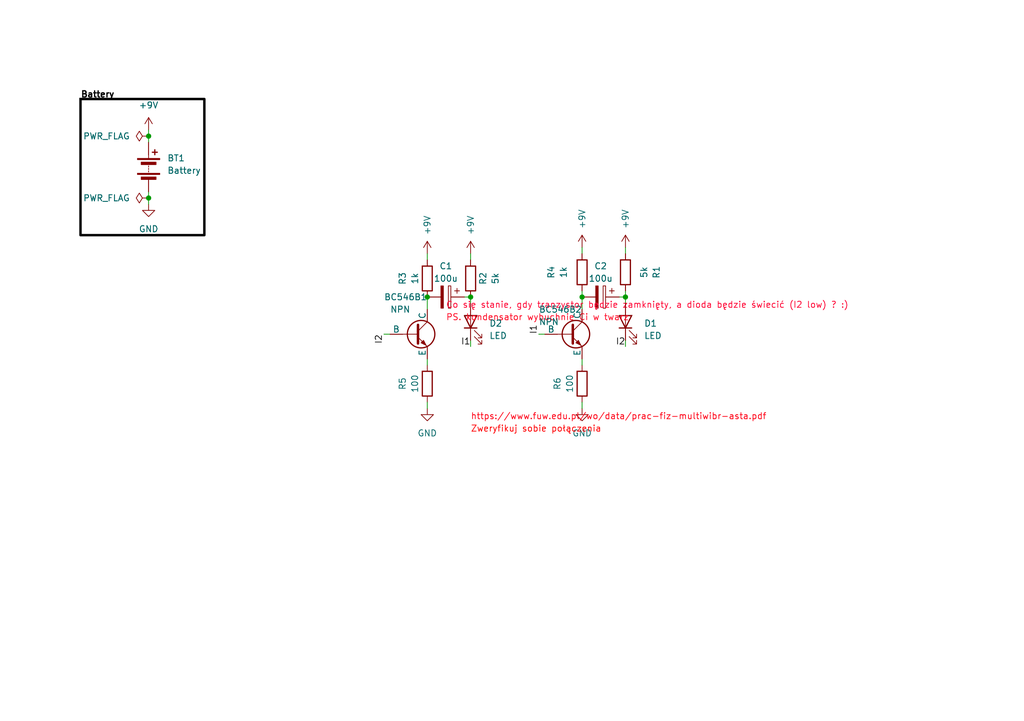
<source format=kicad_sch>
(kicad_sch (version 20230121) (generator eeschema)
  (paper "A5")
  (title_block (title "BC546B Astable Multivibrator") (date "2023-09-08") (rev "0") (company "N/A") (comment 1 "N/A"))
  (lib_symbols
    (symbol "Device:Battery" (pin_numbers hide) (pin_names (offset 0) hide)
      (property "Reference" "BT" (at 2.54 2.54 0))
      (property "Value" "Battery" (at 2.54 0 0))
      (symbol "Battery_0_1"
        (rectangle (start -2.286 -1.27) (end 2.286 -1.524) (fill (type outline)))
        (rectangle (start -2.286 1.778) (end 2.286 1.524) (fill (type outline)))
        (rectangle (start -1.524 -2.032) (end 1.524 -2.54) (fill (type outline)))
        (rectangle (start -1.524 1.016) (end 1.524 0.508) (fill (type outline)))
        (polyline (pts (xy 0 -1.016) (xy 0 -0.762)))
        (polyline (pts (xy 0 -0.508) (xy 0 -0.254)))
        (polyline (pts (xy 0 0) (xy 0 0.254)))
        (polyline (pts (xy 0 1.778) (xy 0 2.54)))
        (polyline (pts (xy 0.762 3.048) (xy 1.778 3.048)) (stroke (width 0.254)))
        (polyline (pts (xy 1.27 3.556) (xy 1.27 2.54)) (stroke (width 0.254)))
      )
      (symbol "Battery_1_1"
        (pin passive line (at 0 5.08 270) (length 2.54) (name "+") (number "1"))
        (pin passive line (at 0 -5.08 90) (length 2.54) (name "-") (number "2"))
      )
    )
    (symbol "Device:C_Polarized" (pin_numbers hide) (pin_names (offset 0.254))
      (property "Reference" "C" (at 0.635 2.54 0))
      (property "Value" "C_Polarized" (at 0.635 -2.54 0))
      (symbol "C_Polarized_0_1"
        (rectangle (start -2.286 0.508) (end 2.286 1.016))
        (polyline (pts (xy -1.778 2.286) (xy -0.762 2.286)))
        (polyline (pts (xy -1.27 2.794) (xy -1.27 1.778)))
        (rectangle (start 2.286 -0.508) (end -2.286 -1.016) (fill (type outline)))
      )
      (symbol "C_Polarized_1_1"
        (pin passive line (at 0 3.81 270) (length 2.794) (name "~") (number "1"))
        (pin passive line (at 0 -3.81 90) (length 2.794) (name "~") (number "2"))
      )
    )
    (symbol "Device:LED" (pin_numbers hide) (pin_names (offset 1.016) hide)
      (property "Reference" "D" (at 0 2.54 0))
      (property "Value" "LED" (at 0 -2.54 0))
      (symbol "LED_0_1"
        (polyline (pts (xy -1.27 -1.27) (xy -1.27 1.27)) (stroke (width 0.254)))
        (polyline (pts (xy -1.27 0) (xy 1.27 0)))
        (polyline (pts (xy 1.27 -1.27) (xy 1.27 1.27) (xy -1.27 0) (xy 1.27 -1.27)) (stroke (width 0.254)))
        (polyline (pts (xy -3.048 -0.762) (xy -4.572 -2.286) (xy -3.81 -2.286) (xy -4.572 -2.286) (xy -4.572 -1.524)))
        (polyline (pts (xy -1.778 -0.762) (xy -3.302 -2.286) (xy -2.54 -2.286) (xy -3.302 -2.286) (xy -3.302 -1.524)))
      )
      (symbol "LED_1_1"
        (pin passive line (at -3.81 0 0) (length 2.54) (name "K") (number "1"))
        (pin passive line (at 3.81 0 180) (length 2.54) (name "A") (number "2"))
      )
    )
    (symbol "Device:R" (pin_numbers hide) (pin_names (offset 0))
      (property "Reference" "R" (at 2.032 0 90))
      (property "Value" "R" (at 0 0 90))
      (symbol "R_0_1"
        (rectangle (start -1.016 -2.54) (end 1.016 2.54) (stroke (width 0.254)))
      )
      (symbol "R_1_1"
        (pin passive line (at 0 3.81 270) (length 1.27) (name "~") (number "1"))
        (pin passive line (at 0 -3.81 90) (length 1.27) (name "~") (number "2"))
      )
    )
    (symbol "Simulation_SPICE:NPN" (pin_numbers hide) (pin_names (offset 0))
      (property "Reference" "Q" (at -2.54 7.62 0))
      (property "Value" "NPN" (at -2.54 5.08 0))
      (symbol "NPN_0_1"
        (polyline (pts (xy -2.54 0) (xy 0.635 0)) (stroke (width 0.1524)))
        (polyline (pts (xy 0.635 0.635) (xy 2.54 2.54)))
        (polyline (pts (xy 2.794 -1.27) (xy 2.794 -1.27)) (stroke (width 0.1524)))
        (polyline (pts (xy 2.794 -1.27) (xy 2.794 -1.27)) (stroke (width 0.1524)))
        (polyline (pts (xy 0.635 -0.635) (xy 2.54 -2.54) (xy 2.54 -2.54)))
        (polyline (pts (xy 0.635 1.905) (xy 0.635 -1.905) (xy 0.635 -1.905)) (stroke (width 0.508)))
        (polyline (pts (xy 1.27 -1.778) (xy 1.778 -1.27) (xy 2.286 -2.286) (xy 1.27 -1.778) (xy 1.27 -1.778)) (fill (type outline)))
        (circle (center 1.27 0) (radius 2.8194) (stroke (width 0.254)))
      )
      (symbol "NPN_1_1"
        (pin open_collector line (at 2.54 5.08 270) (length 2.54) (name "C") (number "1"))
        (pin input line (at -5.08 0 0) (length 2.54) (name "B") (number "2"))
        (pin open_emitter line (at 2.54 -5.08 90) (length 2.54) (name "E") (number "3"))
      )
    )
    (symbol "power:+9V" (power) (pin_names (offset 0))
      (property "Value" "+9V" (at 0 3.556 0))
      (symbol "+9V_0_1"
        (polyline (pts (xy -0.762 1.27) (xy 0 2.54)))
        (polyline (pts (xy 0 0) (xy 0 2.54)))
        (polyline (pts (xy 0 2.54) (xy 0.762 1.27)))
      )
      (symbol "+9V_1_1"
        (pin power_in line (at 0 0 90) (length 0) hide (name "+9V") (number "1"))
      )
    )
    (symbol "power:GND" (power) (pin_names (offset 0))
      (property "Value" "GND" (at 0 -3.81 0))
      (symbol "GND_0_1"
        (polyline (pts (xy 0 0) (xy 0 -1.27) (xy 1.27 -1.27) (xy 0 -2.54) (xy -1.27 -1.27) (xy 0 -1.27)))
      )
      (symbol "GND_1_1"
        (pin power_in line (at 0 0 270) (length 0) hide (name "GND") (number "1"))
      )
    )
    (symbol "power:PWR_FLAG" (power) (pin_numbers hide) (pin_names (offset 0) hide)
      (property "Value" "PWR_FLAG" (at 0 3.81 0))
      (symbol "PWR_FLAG_0_0"
        (pin power_out line (at 0 0 90) (length 0) (name "pwr") (number "1"))
      )
      (symbol "PWR_FLAG_0_1"
        (polyline (pts (xy 0 0) (xy 0 1.27) (xy -1.016 1.905) (xy 0 2.54) (xy 1.016 1.905) (xy 0 1.27)))
      )
    )
  )
  (junction (at 87.63 60.96))
  (junction (at 128.27 60.96))
  (junction (at 119.38 60.96))
  (junction (at 96.52 60.96))
  (junction (at 30.48 40.64))
  (junction (at 30.48 27.94))
  (wire (pts (xy 30.48 40.64) (xy 30.48 41.91)))
  (wire (pts (xy 87.63 60.96) (xy 87.63 63.5)))
  (wire (pts (xy 87.63 83.82) (xy 87.63 82.55)))
  (wire (pts (xy 119.38 50.8) (xy 119.38 52.07)))
  (wire (pts (xy 119.38 60.96) (xy 119.38 63.5)))
  (wire (pts (xy 87.63 73.66) (xy 87.63 74.93)))
  (wire (pts (xy 110.49 68.58) (xy 111.76 68.58)))
  (wire (pts (xy 78.74 68.58) (xy 80.01 68.58)))
  (wire (pts (xy 96.52 69.85) (xy 96.52 71.12)))
  (wire (pts (xy 30.48 39.37) (xy 30.48 40.64)))
  (wire (pts (xy 87.63 52.07) (xy 87.63 53.34)))
  (wire (pts (xy 127 60.96) (xy 128.27 60.96)))
  (wire (pts (xy 96.52 60.96) (xy 96.52 62.23)))
  (wire (pts (xy 119.38 82.55) (xy 119.38 83.82)))
  (wire (pts (xy 128.27 60.96) (xy 128.27 62.23)))
  (wire (pts (xy 128.27 59.69) (xy 128.27 60.96)))
  (wire (pts (xy 30.48 27.94) (xy 30.48 29.21)))
  (wire (pts (xy 119.38 73.66) (xy 119.38 74.93)))
  (wire (pts (xy 128.27 52.07) (xy 128.27 50.8)))
  (wire (pts (xy 96.52 53.34) (xy 96.52 52.07)))
  (wire (pts (xy 30.48 26.67) (xy 30.48 27.94)))
  (wire (pts (xy 95.25 60.96) (xy 96.52 60.96)))
  (wire (pts (xy 128.27 69.85) (xy 128.27 71.12)))
  (wire (pts (xy 119.38 59.69) (xy 119.38 60.96)))
  (rectangle (start 16.51 20.32) (end 41.91 48.26) (stroke (width 0.5) (color 0 0 0 1)))
  (text "Co się stanie, gdy tranzystor będzie zamknięty, a dioda będzie świecić (I2 low) ? :)" (at 91.44 63.5 0) (effects (font (size 1.27 1.27)) (justify left bottom)))
  (text "https://www.fuw.edu.pl/wo/data/prac-fiz-multiwibr-asta.pdf" (at 96.52 86.36 0) (effects (font (size 1.27 1.27)) (justify left bottom)))
  (text "Zweryfikuj sobie połączenia" (at 96.52 88.9 0) (effects (font (size 1.27 1.27)) (justify left bottom)))
  (text "PS. kondensator wybuchnie Ci w twarz" (at 91.44 66.04 0) (effects (font (size 1.27 1.27)) (justify left bottom)))
  (text "Battery" (at 16.51 20.32 0) (effects (font (size 1.27 1.27) (thickness 0.254) bold) (justify left bottom)))
  (label "I1" (at 110.49 68.58 90))
  (label "I2" (at 128.27 71.12 180))
  (label "I1" (at 96.52 71.12 180))
  (label "I2" (at 78.74 68.58 270))
  (symbol (lib_id "Device:R") (at 87.63 57.15 0) (unit 1)
    (property "Reference" "R3" (at 82.55 57.15 90))
    (property "Value" "1k" (at 85.09 57.15 90))
    (property "Footprint" "Resistor_THT:R_Axial_DIN0204_L3.6mm_D1.6mm_P7.62mm_Horizontal" (effects hide))
  )
  (symbol (lib_id "Device:R") (at 87.63 78.74 0) (unit 1)
    (property "Reference" "R5" (at 82.55 78.74 90))
    (property "Value" "100" (at 85.09 78.74 90))
    (property "Footprint" "Resistor_THT:R_Axial_DIN0204_L3.6mm_D1.6mm_P7.62mm_Horizontal" (effects hide))
  )
  (symbol (lib_id "Device:R") (at 119.38 55.88 0) (unit 1)
    (property "Reference" "R4" (at 113.03 55.88 90))
    (property "Value" "1k" (at 115.57 55.88 90))
    (property "Footprint" "Resistor_THT:R_Axial_DIN0204_L3.6mm_D1.6mm_P7.62mm_Horizontal" (effects hide))
  )
  (symbol (lib_id "power:+9V") (at 30.48 26.67 0) (unit 1)
    (property "Reference" "#PWR01" (effects hide))
    (property "Value" "+9V" (at 30.48 21.59 0))
  )
  (symbol (lib_id "power:+9V") (at 87.63 52.07 0) (unit 1)
    (property "Reference" "#PWR03" (effects hide))
    (property "Value" "+9V" (at 87.63 48.26 90) (effects (justify left)))
  )
  (symbol (lib_id "Device:C_Polarized") (at 123.19 60.96 270) (unit 1)
    (property "Reference" "C2" (at 123.19 54.61 90))
    (property "Value" "100u" (at 123.19 57.15 90))
    (property "Footprint" "Capacitor_THT:CP_Radial_D4.0mm_P1.50mm" (effects hide))
  )
  (symbol (lib_id "Device:LED") (at 96.52 66.04 90) (unit 1)
    (property "Reference" "D2" (at 100.33 66.3575 90) (effects (justify right)))
    (property "Value" "LED" (at 100.33 68.8975 90) (effects (justify right)))
    (property "Footprint" "LED_THT:LED_D3.0mm" (effects hide))
  )
  (symbol (lib_id "Device:C_Polarized") (at 91.44 60.96 270) (unit 1)
    (property "Reference" "C1" (at 91.44 54.61 90))
    (property "Value" "100u" (at 91.44 57.15 90))
    (property "Footprint" "Capacitor_THT:CP_Radial_D4.0mm_P1.50mm" (effects hide))
  )
  (symbol (lib_id "Simulation_SPICE:NPN") (at 85.09 68.58 0) (unit 1)
    (property "Reference" "BC546B1" (at 78.74 60.96 0) (effects (justify left)))
    (property "Value" "NPN" (at 80.01 63.5 0) (effects (justify left)))
    (property "Footprint" "Package_TO_SOT_THT:TO-92" (effects hide))
    (property "Sim.Device" "NPN" (effects hide))
    (property "Sim.Type" "GUMMELPOON" (effects hide))
    (property "Sim.Pins" "1=C 2=B 3=E" (effects hide))
  )
  (symbol (lib_id "Device:R") (at 128.27 55.88 180) (unit 1)
    (property "Reference" "R1" (at 134.62 55.88 90))
    (property "Value" "5k" (at 132.08 55.88 90))
    (property "Footprint" "Resistor_THT:R_Axial_DIN0204_L3.6mm_D1.6mm_P7.62mm_Horizontal" (effects hide))
  )
  (symbol (lib_id "Simulation_SPICE:NPN") (at 116.84 68.58 0) (unit 1)
    (property "Reference" "BC546B2" (at 110.49 63.5 0) (effects (justify left)))
    (property "Value" "NPN" (at 110.49 66.04 0) (effects (justify left)))
    (property "Footprint" "Package_TO_SOT_THT:TO-92" (effects hide))
    (property "Sim.Device" "NPN" (effects hide))
    (property "Sim.Type" "GUMMELPOON" (effects hide))
    (property "Sim.Pins" "1=C 2=B 3=E" (effects hide))
  )
  (symbol (lib_id "Device:Battery") (at 30.48 34.29 0) (unit 1)
    (property "Reference" "BT1" (at 34.29 32.4485 0) (effects (justify left)))
    (property "Value" "Battery" (at 34.29 34.9885 0) (effects (justify left)))
    (property "Footprint" "Connector_PinHeader_2.54mm:PinHeader_1x02_P2.54mm_Vertical" (effects hide))
  )
  (symbol (lib_id "power:+9V") (at 119.38 50.8 0) (unit 1)
    (property "Reference" "#PWR06" (effects hide))
    (property "Value" "+9V" (at 119.38 46.99 90) (effects (justify left)))
  )
  (symbol (lib_id "power:PWR_FLAG") (at 30.48 27.94 90) (unit 1)
    (property "Reference" "#FLG01" (effects hide))
    (property "Value" "PWR_FLAG" (at 26.67 27.94 90) (effects (justify left)))
  )
  (symbol (lib_id "power:GND") (at 87.63 83.82 0) (unit 1)
    (property "Reference" "#PWR07" (effects hide))
    (property "Value" "GND" (at 87.63 88.9 0))
  )
  (symbol (lib_id "Device:LED") (at 128.27 66.04 90) (unit 1)
    (property "Reference" "D1" (at 132.08 66.3575 90) (effects (justify right)))
    (property "Value" "LED" (at 132.08 68.8975 90) (effects (justify right)))
    (property "Footprint" "LED_THT:LED_D3.0mm" (effects hide))
  )
  (symbol (lib_id "power:+9V") (at 128.27 50.8 0) (unit 1)
    (property "Reference" "#PWR05" (effects hide))
    (property "Value" "+9V" (at 128.27 46.99 90) (effects (justify left)))
  )
  (symbol (lib_id "power:PWR_FLAG") (at 30.48 40.64 90) (unit 1)
    (property "Reference" "#FLG02" (effects hide))
    (property "Value" "PWR_FLAG" (at 26.67 40.64 90) (effects (justify left)))
  )
  (symbol (lib_id "Device:R") (at 119.38 78.74 0) (unit 1)
    (property "Reference" "R6" (at 114.3 78.74 90))
    (property "Value" "100" (at 116.84 78.74 90))
    (property "Footprint" "Resistor_THT:R_Axial_DIN0204_L3.6mm_D1.6mm_P7.62mm_Horizontal" (effects hide))
  )
  (symbol (lib_id "power:GND") (at 30.48 41.91 0) (unit 1)
    (property "Reference" "#PWR02" (effects hide))
    (property "Value" "GND" (at 30.48 46.99 0))
  )
  (symbol (lib_id "power:GND") (at 119.38 83.82 0) (unit 1)
    (property "Reference" "#PWR08" (effects hide))
    (property "Value" "GND" (at 119.38 88.9 0))
  )
  (symbol (lib_id "power:+9V") (at 96.52 52.07 0) (unit 1)
    (property "Reference" "#PWR04" (effects hide))
    (property "Value" "+9V" (at 96.52 48.26 90) (effects (justify left)))
  )
  (symbol (lib_id "Device:R") (at 96.52 57.15 180) (unit 1)
    (property "Reference" "R2" (at 99.06 57.15 90))
    (property "Value" "5k" (at 101.6 57.15 90))
    (property "Footprint" "Resistor_THT:R_Axial_DIN0204_L3.6mm_D1.6mm_P7.62mm_Horizontal" (effects hide))
  )
)
</source>
